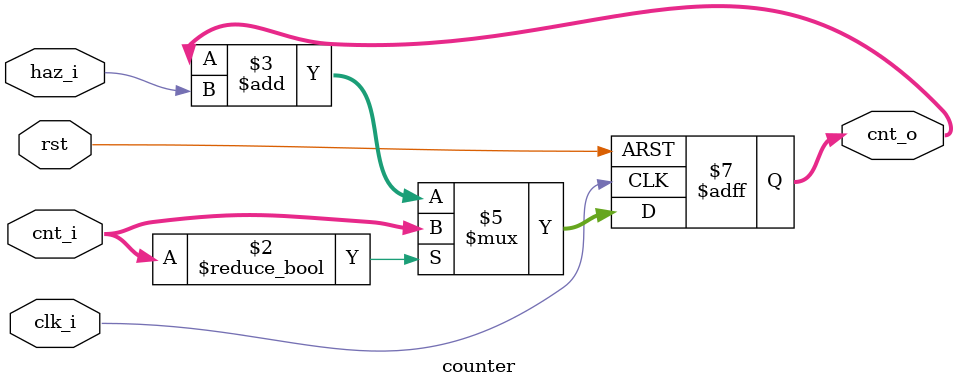
<source format=sv>
module counter (
  input               clk_i,
  input        [15:0] cnt_i,
  input               rst,

  input               haz_i,
  output logic [15:0] cnt_o
);


always @ (posedge clk_i or posedge rst)
  begin
    if( rst )
      begin
        cnt_o <= 1;
      end
    else
      begin
        if( cnt_i!=0 )
          begin
            cnt_o <= cnt_i;
          end
       else
         begin
           cnt_o <= cnt_o+haz_i;
         end
      end
  end
endmodule 

</source>
